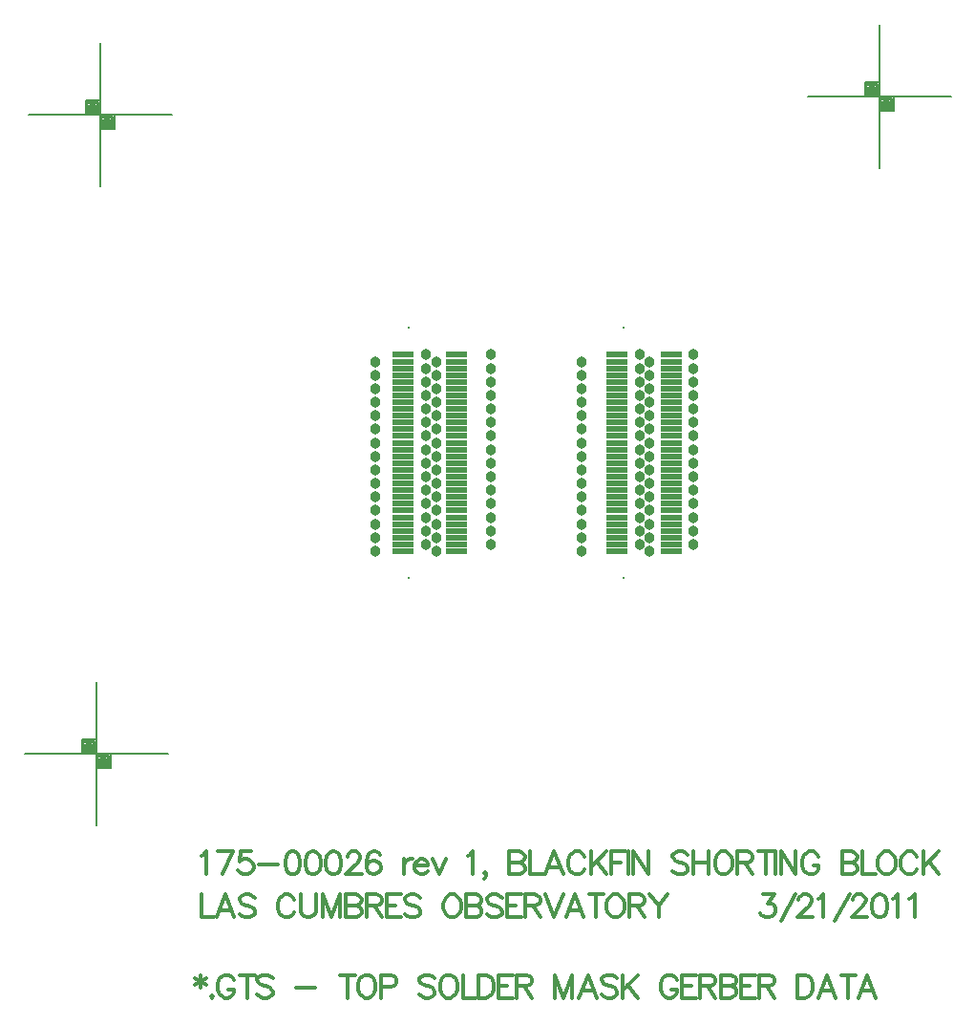
<source format=gts>
%FSLAX23Y23*%
%MOIN*%
G70*
G01*
G75*
G04 Layer_Color=8388736*
%ADD10R,0.067X0.014*%
%ADD11C,0.010*%
%ADD12C,0.012*%
%ADD13C,0.008*%
%ADD14C,0.012*%
%ADD15C,0.012*%
%ADD16C,0.030*%
%ADD17C,0.007*%
%ADD18C,0.005*%
%ADD19C,0.012*%
%ADD20R,0.165X0.130*%
%ADD21R,0.075X0.022*%
%ADD22C,0.008*%
%ADD23C,0.038*%
D12*
X14731Y8981D02*
Y8935D01*
X14712Y8970D02*
X14750Y8947D01*
Y8970D02*
X14712Y8947D01*
X14770Y8909D02*
X14766Y8905D01*
X14770Y8901D01*
X14774Y8905D01*
X14770Y8909D01*
X14848Y8962D02*
X14844Y8970D01*
X14837Y8977D01*
X14829Y8981D01*
X14814D01*
X14806Y8977D01*
X14799Y8970D01*
X14795Y8962D01*
X14791Y8951D01*
Y8931D01*
X14795Y8920D01*
X14799Y8912D01*
X14806Y8905D01*
X14814Y8901D01*
X14829D01*
X14837Y8905D01*
X14844Y8912D01*
X14848Y8920D01*
Y8931D01*
X14829D02*
X14848D01*
X14893Y8981D02*
Y8901D01*
X14867Y8981D02*
X14920D01*
X14983Y8970D02*
X14975Y8977D01*
X14964Y8981D01*
X14948D01*
X14937Y8977D01*
X14929Y8970D01*
Y8962D01*
X14933Y8954D01*
X14937Y8951D01*
X14945Y8947D01*
X14967Y8939D01*
X14975Y8935D01*
X14979Y8931D01*
X14983Y8924D01*
Y8912D01*
X14975Y8905D01*
X14964Y8901D01*
X14948D01*
X14937Y8905D01*
X14929Y8912D01*
X15063Y8935D02*
X15132D01*
X15245Y8981D02*
Y8901D01*
X15218Y8981D02*
X15272D01*
X15304D02*
X15297Y8977D01*
X15289Y8970D01*
X15285Y8962D01*
X15281Y8951D01*
Y8931D01*
X15285Y8920D01*
X15289Y8912D01*
X15297Y8905D01*
X15304Y8901D01*
X15319D01*
X15327Y8905D01*
X15335Y8912D01*
X15338Y8920D01*
X15342Y8931D01*
Y8951D01*
X15338Y8962D01*
X15335Y8970D01*
X15327Y8977D01*
X15319Y8981D01*
X15304D01*
X15361Y8939D02*
X15395D01*
X15407Y8943D01*
X15410Y8947D01*
X15414Y8954D01*
Y8966D01*
X15410Y8973D01*
X15407Y8977D01*
X15395Y8981D01*
X15361D01*
Y8901D01*
X15548Y8970D02*
X15541Y8977D01*
X15529Y8981D01*
X15514D01*
X15503Y8977D01*
X15495Y8970D01*
Y8962D01*
X15499Y8954D01*
X15503Y8951D01*
X15510Y8947D01*
X15533Y8939D01*
X15541Y8935D01*
X15544Y8931D01*
X15548Y8924D01*
Y8912D01*
X15541Y8905D01*
X15529Y8901D01*
X15514D01*
X15503Y8905D01*
X15495Y8912D01*
X15589Y8981D02*
X15581Y8977D01*
X15574Y8970D01*
X15570Y8962D01*
X15566Y8951D01*
Y8931D01*
X15570Y8920D01*
X15574Y8912D01*
X15581Y8905D01*
X15589Y8901D01*
X15604D01*
X15612Y8905D01*
X15620Y8912D01*
X15623Y8920D01*
X15627Y8931D01*
Y8951D01*
X15623Y8962D01*
X15620Y8970D01*
X15612Y8977D01*
X15604Y8981D01*
X15589D01*
X15646D02*
Y8901D01*
X15692D01*
X15700Y8981D02*
Y8901D01*
Y8981D02*
X15727D01*
X15738Y8977D01*
X15746Y8970D01*
X15750Y8962D01*
X15754Y8951D01*
Y8931D01*
X15750Y8920D01*
X15746Y8912D01*
X15738Y8905D01*
X15727Y8901D01*
X15700D01*
X15821Y8981D02*
X15771D01*
Y8901D01*
X15821D01*
X15771Y8943D02*
X15802D01*
X15834Y8981D02*
Y8901D01*
Y8981D02*
X15869D01*
X15880Y8977D01*
X15884Y8973D01*
X15888Y8966D01*
Y8958D01*
X15884Y8951D01*
X15880Y8947D01*
X15869Y8943D01*
X15834D01*
X15861D02*
X15888Y8901D01*
X15968Y8981D02*
Y8901D01*
Y8981D02*
X15999Y8901D01*
X16029Y8981D02*
X15999Y8901D01*
X16029Y8981D02*
Y8901D01*
X16113D02*
X16083Y8981D01*
X16052Y8901D01*
X16064Y8928D02*
X16102D01*
X16185Y8970D02*
X16177Y8977D01*
X16166Y8981D01*
X16151D01*
X16139Y8977D01*
X16132Y8970D01*
Y8962D01*
X16136Y8954D01*
X16139Y8951D01*
X16147Y8947D01*
X16170Y8939D01*
X16177Y8935D01*
X16181Y8931D01*
X16185Y8924D01*
Y8912D01*
X16177Y8905D01*
X16166Y8901D01*
X16151D01*
X16139Y8905D01*
X16132Y8912D01*
X16203Y8981D02*
Y8901D01*
X16256Y8981D02*
X16203Y8928D01*
X16222Y8947D02*
X16256Y8901D01*
X16394Y8962D02*
X16390Y8970D01*
X16383Y8977D01*
X16375Y8981D01*
X16360D01*
X16352Y8977D01*
X16345Y8970D01*
X16341Y8962D01*
X16337Y8951D01*
Y8931D01*
X16341Y8920D01*
X16345Y8912D01*
X16352Y8905D01*
X16360Y8901D01*
X16375D01*
X16383Y8905D01*
X16390Y8912D01*
X16394Y8920D01*
Y8931D01*
X16375D02*
X16394D01*
X16462Y8981D02*
X16412D01*
Y8901D01*
X16462D01*
X16412Y8943D02*
X16443D01*
X16475Y8981D02*
Y8901D01*
Y8981D02*
X16510D01*
X16521Y8977D01*
X16525Y8973D01*
X16529Y8966D01*
Y8958D01*
X16525Y8951D01*
X16521Y8947D01*
X16510Y8943D01*
X16475D01*
X16502D02*
X16529Y8901D01*
X16547Y8981D02*
Y8901D01*
Y8981D02*
X16581D01*
X16592Y8977D01*
X16596Y8973D01*
X16600Y8966D01*
Y8958D01*
X16596Y8951D01*
X16592Y8947D01*
X16581Y8943D01*
X16547D02*
X16581D01*
X16592Y8939D01*
X16596Y8935D01*
X16600Y8928D01*
Y8916D01*
X16596Y8909D01*
X16592Y8905D01*
X16581Y8901D01*
X16547D01*
X16667Y8981D02*
X16618D01*
Y8901D01*
X16667D01*
X16618Y8943D02*
X16648D01*
X16681Y8981D02*
Y8901D01*
Y8981D02*
X16715D01*
X16726Y8977D01*
X16730Y8973D01*
X16734Y8966D01*
Y8958D01*
X16730Y8951D01*
X16726Y8947D01*
X16715Y8943D01*
X16681D01*
X16707D02*
X16734Y8901D01*
X16815Y8981D02*
Y8901D01*
Y8981D02*
X16841D01*
X16853Y8977D01*
X16860Y8970D01*
X16864Y8962D01*
X16868Y8951D01*
Y8931D01*
X16864Y8920D01*
X16860Y8912D01*
X16853Y8905D01*
X16841Y8901D01*
X16815D01*
X16947D02*
X16916Y8981D01*
X16886Y8901D01*
X16897Y8928D02*
X16935D01*
X16992Y8981D02*
Y8901D01*
X16966Y8981D02*
X17019D01*
X17089Y8901D02*
X17059Y8981D01*
X17028Y8901D01*
X17040Y8928D02*
X17078D01*
D13*
X14130Y11983D02*
X14630D01*
X14380Y11733D02*
Y12233D01*
X14330Y11983D02*
Y12033D01*
X14380D01*
X14430Y11933D02*
Y11983D01*
X14380Y11933D02*
X14430D01*
X14385Y11978D02*
X14425D01*
Y11938D02*
Y11978D01*
X14385Y11938D02*
X14425D01*
X14385D02*
Y11978D01*
X14390Y11973D02*
X14420D01*
Y11943D02*
Y11973D01*
X14390Y11943D02*
X14420D01*
X14390D02*
Y11968D01*
X14395D02*
X14415D01*
Y11948D02*
Y11968D01*
X14395Y11948D02*
X14415D01*
X14395D02*
Y11963D01*
X14400D02*
X14410D01*
Y11953D02*
Y11963D01*
X14400Y11953D02*
X14410D01*
X14400D02*
Y11963D01*
Y11958D02*
X14410D01*
X14335Y12028D02*
X14375D01*
Y11988D02*
Y12028D01*
X14335Y11988D02*
X14375D01*
X14335D02*
Y12028D01*
X14340Y12023D02*
X14370D01*
Y11993D02*
Y12023D01*
X14340Y11993D02*
X14370D01*
X14340D02*
Y12018D01*
X14345D02*
X14365D01*
Y11998D02*
Y12018D01*
X14345Y11998D02*
X14365D01*
X14345D02*
Y12013D01*
X14350D02*
X14360D01*
Y12003D02*
Y12013D01*
X14350Y12003D02*
X14360D01*
X14350D02*
Y12013D01*
Y12008D02*
X14360D01*
X16850Y12046D02*
X17350D01*
X17100Y11796D02*
Y12296D01*
X17050Y12046D02*
Y12096D01*
X17100D01*
X17150Y11996D02*
Y12046D01*
X17100Y11996D02*
X17150D01*
X17105Y12041D02*
X17145D01*
Y12001D02*
Y12041D01*
X17105Y12001D02*
X17145D01*
X17105D02*
Y12041D01*
X17110Y12036D02*
X17140D01*
Y12006D02*
Y12036D01*
X17110Y12006D02*
X17140D01*
X17110D02*
Y12031D01*
X17115D02*
X17135D01*
Y12011D02*
Y12031D01*
X17115Y12011D02*
X17135D01*
X17115D02*
Y12026D01*
X17120D02*
X17130D01*
Y12016D02*
Y12026D01*
X17120Y12016D02*
X17130D01*
X17120D02*
Y12026D01*
Y12021D02*
X17130D01*
X17055Y12091D02*
X17095D01*
Y12051D02*
Y12091D01*
X17055Y12051D02*
X17095D01*
X17055D02*
Y12091D01*
X17060Y12086D02*
X17090D01*
Y12056D02*
Y12086D01*
X17060Y12056D02*
X17090D01*
X17060D02*
Y12081D01*
X17065D02*
X17085D01*
Y12061D02*
Y12081D01*
X17065Y12061D02*
X17085D01*
X17065D02*
Y12076D01*
X17070D02*
X17080D01*
Y12066D02*
Y12076D01*
X17070Y12066D02*
X17080D01*
X17070D02*
Y12076D01*
Y12071D02*
X17080D01*
X14116Y9752D02*
X14616D01*
X14366Y9502D02*
Y10002D01*
X14316Y9752D02*
Y9802D01*
X14366D01*
X14416Y9702D02*
Y9752D01*
X14366Y9702D02*
X14416D01*
X14371Y9747D02*
X14411D01*
Y9707D02*
Y9747D01*
X14371Y9707D02*
X14411D01*
X14371D02*
Y9747D01*
X14376Y9742D02*
X14406D01*
Y9712D02*
Y9742D01*
X14376Y9712D02*
X14406D01*
X14376D02*
Y9737D01*
X14381D02*
X14401D01*
Y9717D02*
Y9737D01*
X14381Y9717D02*
X14401D01*
X14381D02*
Y9732D01*
X14386D02*
X14396D01*
Y9722D02*
Y9732D01*
X14386Y9722D02*
X14396D01*
X14386D02*
Y9732D01*
Y9727D02*
X14396D01*
X14321Y9797D02*
X14361D01*
Y9757D02*
Y9797D01*
X14321Y9757D02*
X14361D01*
X14321D02*
Y9797D01*
X14326Y9792D02*
X14356D01*
Y9762D02*
Y9792D01*
X14326Y9762D02*
X14356D01*
X14326D02*
Y9787D01*
X14331D02*
X14351D01*
Y9767D02*
Y9787D01*
X14331Y9767D02*
X14351D01*
X14331D02*
Y9782D01*
X14336D02*
X14346D01*
Y9772D02*
Y9782D01*
X14336Y9772D02*
X14346D01*
X14336D02*
Y9782D01*
Y9777D02*
X14346D01*
D14*
X14733Y9262D02*
Y9182D01*
X14778D01*
X14848D02*
X14817Y9262D01*
X14787Y9182D01*
X14798Y9208D02*
X14837D01*
X14920Y9250D02*
X14912Y9258D01*
X14901Y9262D01*
X14886D01*
X14874Y9258D01*
X14867Y9250D01*
Y9243D01*
X14870Y9235D01*
X14874Y9231D01*
X14882Y9227D01*
X14905Y9220D01*
X14912Y9216D01*
X14916Y9212D01*
X14920Y9204D01*
Y9193D01*
X14912Y9185D01*
X14901Y9182D01*
X14886D01*
X14874Y9185D01*
X14867Y9193D01*
X15058Y9243D02*
X15054Y9250D01*
X15046Y9258D01*
X15039Y9262D01*
X15024D01*
X15016Y9258D01*
X15008Y9250D01*
X15005Y9243D01*
X15001Y9231D01*
Y9212D01*
X15005Y9201D01*
X15008Y9193D01*
X15016Y9185D01*
X15024Y9182D01*
X15039D01*
X15046Y9185D01*
X15054Y9193D01*
X15058Y9201D01*
X15080Y9262D02*
Y9204D01*
X15084Y9193D01*
X15092Y9185D01*
X15103Y9182D01*
X15111D01*
X15122Y9185D01*
X15130Y9193D01*
X15134Y9204D01*
Y9262D01*
X15156D02*
Y9182D01*
Y9262D02*
X15186Y9182D01*
X15217Y9262D02*
X15186Y9182D01*
X15217Y9262D02*
Y9182D01*
X15239Y9262D02*
Y9182D01*
Y9262D02*
X15274D01*
X15285Y9258D01*
X15289Y9254D01*
X15293Y9246D01*
Y9239D01*
X15289Y9231D01*
X15285Y9227D01*
X15274Y9223D01*
X15239D02*
X15274D01*
X15285Y9220D01*
X15289Y9216D01*
X15293Y9208D01*
Y9197D01*
X15289Y9189D01*
X15285Y9185D01*
X15274Y9182D01*
X15239D01*
X15311Y9262D02*
Y9182D01*
Y9262D02*
X15345D01*
X15356Y9258D01*
X15360Y9254D01*
X15364Y9246D01*
Y9239D01*
X15360Y9231D01*
X15356Y9227D01*
X15345Y9223D01*
X15311D01*
X15337D02*
X15364Y9182D01*
X15431Y9262D02*
X15382D01*
Y9182D01*
X15431D01*
X15382Y9223D02*
X15412D01*
X15498Y9250D02*
X15490Y9258D01*
X15479Y9262D01*
X15464D01*
X15452Y9258D01*
X15445Y9250D01*
Y9243D01*
X15449Y9235D01*
X15452Y9231D01*
X15460Y9227D01*
X15483Y9220D01*
X15490Y9216D01*
X15494Y9212D01*
X15498Y9204D01*
Y9193D01*
X15490Y9185D01*
X15479Y9182D01*
X15464D01*
X15452Y9185D01*
X15445Y9193D01*
X15602Y9262D02*
X15594Y9258D01*
X15586Y9250D01*
X15583Y9243D01*
X15579Y9231D01*
Y9212D01*
X15583Y9201D01*
X15586Y9193D01*
X15594Y9185D01*
X15602Y9182D01*
X15617D01*
X15625Y9185D01*
X15632Y9193D01*
X15636Y9201D01*
X15640Y9212D01*
Y9231D01*
X15636Y9243D01*
X15632Y9250D01*
X15625Y9258D01*
X15617Y9262D01*
X15602D01*
X15658D02*
Y9182D01*
Y9262D02*
X15693D01*
X15704Y9258D01*
X15708Y9254D01*
X15712Y9246D01*
Y9239D01*
X15708Y9231D01*
X15704Y9227D01*
X15693Y9223D01*
X15658D02*
X15693D01*
X15704Y9220D01*
X15708Y9216D01*
X15712Y9208D01*
Y9197D01*
X15708Y9189D01*
X15704Y9185D01*
X15693Y9182D01*
X15658D01*
X15783Y9250D02*
X15775Y9258D01*
X15764Y9262D01*
X15749D01*
X15737Y9258D01*
X15730Y9250D01*
Y9243D01*
X15733Y9235D01*
X15737Y9231D01*
X15745Y9227D01*
X15768Y9220D01*
X15775Y9216D01*
X15779Y9212D01*
X15783Y9204D01*
Y9193D01*
X15775Y9185D01*
X15764Y9182D01*
X15749D01*
X15737Y9185D01*
X15730Y9193D01*
X15850Y9262D02*
X15801D01*
Y9182D01*
X15850D01*
X15801Y9223D02*
X15831D01*
X15864Y9262D02*
Y9182D01*
Y9262D02*
X15898D01*
X15909Y9258D01*
X15913Y9254D01*
X15917Y9246D01*
Y9239D01*
X15913Y9231D01*
X15909Y9227D01*
X15898Y9223D01*
X15864D01*
X15890D02*
X15917Y9182D01*
X15935Y9262D02*
X15965Y9182D01*
X15996Y9262D02*
X15965Y9182D01*
X16067D02*
X16037Y9262D01*
X16006Y9182D01*
X16018Y9208D02*
X16056D01*
X16112Y9262D02*
Y9182D01*
X16086Y9262D02*
X16139D01*
X16171D02*
X16164Y9258D01*
X16156Y9250D01*
X16152Y9243D01*
X16149Y9231D01*
Y9212D01*
X16152Y9201D01*
X16156Y9193D01*
X16164Y9185D01*
X16171Y9182D01*
X16187D01*
X16194Y9185D01*
X16202Y9193D01*
X16206Y9201D01*
X16210Y9212D01*
Y9231D01*
X16206Y9243D01*
X16202Y9250D01*
X16194Y9258D01*
X16187Y9262D01*
X16171D01*
X16228D02*
Y9182D01*
Y9262D02*
X16263D01*
X16274Y9258D01*
X16278Y9254D01*
X16282Y9246D01*
Y9239D01*
X16278Y9231D01*
X16274Y9227D01*
X16263Y9223D01*
X16228D01*
X16255D02*
X16282Y9182D01*
X16299Y9262D02*
X16330Y9223D01*
Y9182D01*
X16360Y9262D02*
X16330Y9223D01*
X16693Y9262D02*
X16734D01*
X16712Y9231D01*
X16723D01*
X16731Y9227D01*
X16734Y9223D01*
X16738Y9212D01*
Y9204D01*
X16734Y9193D01*
X16727Y9185D01*
X16715Y9182D01*
X16704D01*
X16693Y9185D01*
X16689Y9189D01*
X16685Y9197D01*
X16756Y9170D02*
X16809Y9262D01*
X16819Y9243D02*
Y9246D01*
X16822Y9254D01*
X16826Y9258D01*
X16834Y9262D01*
X16849D01*
X16857Y9258D01*
X16860Y9254D01*
X16864Y9246D01*
Y9239D01*
X16860Y9231D01*
X16853Y9220D01*
X16815Y9182D01*
X16868D01*
X16886Y9246D02*
X16894Y9250D01*
X16905Y9262D01*
Y9182D01*
X16945Y9170D02*
X16998Y9262D01*
X17007Y9243D02*
Y9246D01*
X17011Y9254D01*
X17015Y9258D01*
X17022Y9262D01*
X17038D01*
X17045Y9258D01*
X17049Y9254D01*
X17053Y9246D01*
Y9239D01*
X17049Y9231D01*
X17041Y9220D01*
X17003Y9182D01*
X17057D01*
X17097Y9262D02*
X17086Y9258D01*
X17078Y9246D01*
X17075Y9227D01*
Y9216D01*
X17078Y9197D01*
X17086Y9185D01*
X17097Y9182D01*
X17105D01*
X17116Y9185D01*
X17124Y9197D01*
X17128Y9216D01*
Y9227D01*
X17124Y9246D01*
X17116Y9258D01*
X17105Y9262D01*
X17097D01*
X17146Y9246D02*
X17153Y9250D01*
X17165Y9262D01*
Y9182D01*
X17204Y9246D02*
X17212Y9250D01*
X17223Y9262D01*
Y9182D01*
D15*
X14733Y9396D02*
X14740Y9400D01*
X14752Y9412D01*
Y9332D01*
X14845Y9412D02*
X14806Y9332D01*
X14791Y9412D02*
X14845D01*
X14908D02*
X14870D01*
X14866Y9377D01*
X14870Y9381D01*
X14881Y9385D01*
X14893D01*
X14904Y9381D01*
X14912Y9373D01*
X14916Y9362D01*
Y9354D01*
X14912Y9343D01*
X14904Y9335D01*
X14893Y9332D01*
X14881D01*
X14870Y9335D01*
X14866Y9339D01*
X14862Y9347D01*
X14934Y9366D02*
X15002D01*
X15049Y9412D02*
X15037Y9408D01*
X15030Y9396D01*
X15026Y9377D01*
Y9366D01*
X15030Y9347D01*
X15037Y9335D01*
X15049Y9332D01*
X15056D01*
X15068Y9335D01*
X15075Y9347D01*
X15079Y9366D01*
Y9377D01*
X15075Y9396D01*
X15068Y9408D01*
X15056Y9412D01*
X15049D01*
X15120D02*
X15108Y9408D01*
X15101Y9396D01*
X15097Y9377D01*
Y9366D01*
X15101Y9347D01*
X15108Y9335D01*
X15120Y9332D01*
X15128D01*
X15139Y9335D01*
X15147Y9347D01*
X15150Y9366D01*
Y9377D01*
X15147Y9396D01*
X15139Y9408D01*
X15128Y9412D01*
X15120D01*
X15191D02*
X15180Y9408D01*
X15172Y9396D01*
X15168Y9377D01*
Y9366D01*
X15172Y9347D01*
X15180Y9335D01*
X15191Y9332D01*
X15199D01*
X15210Y9335D01*
X15218Y9347D01*
X15222Y9366D01*
Y9377D01*
X15218Y9396D01*
X15210Y9408D01*
X15199Y9412D01*
X15191D01*
X15243Y9393D02*
Y9396D01*
X15247Y9404D01*
X15251Y9408D01*
X15259Y9412D01*
X15274D01*
X15281Y9408D01*
X15285Y9404D01*
X15289Y9396D01*
Y9389D01*
X15285Y9381D01*
X15278Y9370D01*
X15239Y9332D01*
X15293D01*
X15356Y9400D02*
X15353Y9408D01*
X15341Y9412D01*
X15334D01*
X15322Y9408D01*
X15315Y9396D01*
X15311Y9377D01*
Y9358D01*
X15315Y9343D01*
X15322Y9335D01*
X15334Y9332D01*
X15337D01*
X15349Y9335D01*
X15356Y9343D01*
X15360Y9354D01*
Y9358D01*
X15356Y9370D01*
X15349Y9377D01*
X15337Y9381D01*
X15334D01*
X15322Y9377D01*
X15315Y9370D01*
X15311Y9358D01*
X15441Y9385D02*
Y9332D01*
Y9362D02*
X15444Y9373D01*
X15452Y9381D01*
X15460Y9385D01*
X15471D01*
X15478Y9362D02*
X15524D01*
Y9370D01*
X15520Y9377D01*
X15516Y9381D01*
X15509Y9385D01*
X15497D01*
X15490Y9381D01*
X15482Y9373D01*
X15478Y9362D01*
Y9354D01*
X15482Y9343D01*
X15490Y9335D01*
X15497Y9332D01*
X15509D01*
X15516Y9335D01*
X15524Y9343D01*
X15541Y9385D02*
X15564Y9332D01*
X15587Y9385D02*
X15564Y9332D01*
X15663Y9396D02*
X15670Y9400D01*
X15682Y9412D01*
Y9332D01*
X15729Y9335D02*
X15725Y9332D01*
X15721Y9335D01*
X15725Y9339D01*
X15729Y9335D01*
Y9328D01*
X15725Y9320D01*
X15721Y9316D01*
X15809Y9412D02*
Y9332D01*
Y9412D02*
X15844D01*
X15855Y9408D01*
X15859Y9404D01*
X15863Y9396D01*
Y9389D01*
X15859Y9381D01*
X15855Y9377D01*
X15844Y9373D01*
X15809D02*
X15844D01*
X15855Y9370D01*
X15859Y9366D01*
X15863Y9358D01*
Y9347D01*
X15859Y9339D01*
X15855Y9335D01*
X15844Y9332D01*
X15809D01*
X15881Y9412D02*
Y9332D01*
X15926D01*
X15996D02*
X15965Y9412D01*
X15935Y9332D01*
X15946Y9358D02*
X15984D01*
X16072Y9393D02*
X16068Y9400D01*
X16060Y9408D01*
X16053Y9412D01*
X16037D01*
X16030Y9408D01*
X16022Y9400D01*
X16018Y9393D01*
X16015Y9381D01*
Y9362D01*
X16018Y9351D01*
X16022Y9343D01*
X16030Y9335D01*
X16037Y9332D01*
X16053D01*
X16060Y9335D01*
X16068Y9343D01*
X16072Y9351D01*
X16094Y9412D02*
Y9332D01*
X16147Y9412D02*
X16094Y9358D01*
X16113Y9377D02*
X16147Y9332D01*
X16165Y9412D02*
Y9332D01*
Y9412D02*
X16215D01*
X16165Y9373D02*
X16196D01*
X16224Y9412D02*
Y9332D01*
X16241Y9412D02*
Y9332D01*
Y9412D02*
X16294Y9332D01*
Y9412D02*
Y9332D01*
X16432Y9400D02*
X16425Y9408D01*
X16413Y9412D01*
X16398D01*
X16387Y9408D01*
X16379Y9400D01*
Y9393D01*
X16383Y9385D01*
X16387Y9381D01*
X16394Y9377D01*
X16417Y9370D01*
X16425Y9366D01*
X16429Y9362D01*
X16432Y9354D01*
Y9343D01*
X16425Y9335D01*
X16413Y9332D01*
X16398D01*
X16387Y9335D01*
X16379Y9343D01*
X16450Y9412D02*
Y9332D01*
X16504Y9412D02*
Y9332D01*
X16450Y9373D02*
X16504D01*
X16549Y9412D02*
X16541Y9408D01*
X16533Y9400D01*
X16530Y9393D01*
X16526Y9381D01*
Y9362D01*
X16530Y9351D01*
X16533Y9343D01*
X16541Y9335D01*
X16549Y9332D01*
X16564D01*
X16571Y9335D01*
X16579Y9343D01*
X16583Y9351D01*
X16587Y9362D01*
Y9381D01*
X16583Y9393D01*
X16579Y9400D01*
X16571Y9408D01*
X16564Y9412D01*
X16549D01*
X16605D02*
Y9332D01*
Y9412D02*
X16640D01*
X16651Y9408D01*
X16655Y9404D01*
X16659Y9396D01*
Y9389D01*
X16655Y9381D01*
X16651Y9377D01*
X16640Y9373D01*
X16605D01*
X16632D02*
X16659Y9332D01*
X16703Y9412D02*
Y9332D01*
X16677Y9412D02*
X16730D01*
X16739D02*
Y9332D01*
X16756Y9412D02*
Y9332D01*
Y9412D02*
X16809Y9332D01*
Y9412D02*
Y9332D01*
X16889Y9393D02*
X16885Y9400D01*
X16877Y9408D01*
X16870Y9412D01*
X16854D01*
X16847Y9408D01*
X16839Y9400D01*
X16835Y9393D01*
X16832Y9381D01*
Y9362D01*
X16835Y9351D01*
X16839Y9343D01*
X16847Y9335D01*
X16854Y9332D01*
X16870D01*
X16877Y9335D01*
X16885Y9343D01*
X16889Y9351D01*
Y9362D01*
X16870D02*
X16889D01*
X16970Y9412D02*
Y9332D01*
Y9412D02*
X17004D01*
X17015Y9408D01*
X17019Y9404D01*
X17023Y9396D01*
Y9389D01*
X17019Y9381D01*
X17015Y9377D01*
X17004Y9373D01*
X16970D02*
X17004D01*
X17015Y9370D01*
X17019Y9366D01*
X17023Y9358D01*
Y9347D01*
X17019Y9339D01*
X17015Y9335D01*
X17004Y9332D01*
X16970D01*
X17041Y9412D02*
Y9332D01*
X17087D01*
X17118Y9412D02*
X17111Y9408D01*
X17103Y9400D01*
X17099Y9393D01*
X17095Y9381D01*
Y9362D01*
X17099Y9351D01*
X17103Y9343D01*
X17111Y9335D01*
X17118Y9332D01*
X17134D01*
X17141Y9335D01*
X17149Y9343D01*
X17153Y9351D01*
X17156Y9362D01*
Y9381D01*
X17153Y9393D01*
X17149Y9400D01*
X17141Y9408D01*
X17134Y9412D01*
X17118D01*
X17232Y9393D02*
X17228Y9400D01*
X17221Y9408D01*
X17213Y9412D01*
X17198D01*
X17190Y9408D01*
X17183Y9400D01*
X17179Y9393D01*
X17175Y9381D01*
Y9362D01*
X17179Y9351D01*
X17183Y9343D01*
X17190Y9335D01*
X17198Y9332D01*
X17213D01*
X17221Y9335D01*
X17228Y9343D01*
X17232Y9351D01*
X17255Y9412D02*
Y9332D01*
X17308Y9412D02*
X17255Y9358D01*
X17274Y9377D02*
X17308Y9332D01*
D21*
X15625Y11145D02*
D03*
Y11121D02*
D03*
Y11098D02*
D03*
Y11074D02*
D03*
Y11051D02*
D03*
Y11027D02*
D03*
Y11003D02*
D03*
Y10980D02*
D03*
Y10956D02*
D03*
Y10932D02*
D03*
Y10909D02*
D03*
Y10885D02*
D03*
Y10862D02*
D03*
Y10838D02*
D03*
Y10814D02*
D03*
Y10791D02*
D03*
Y10767D02*
D03*
Y10743D02*
D03*
Y10720D02*
D03*
Y10696D02*
D03*
Y10673D02*
D03*
Y10649D02*
D03*
Y10625D02*
D03*
Y10602D02*
D03*
Y10578D02*
D03*
Y10554D02*
D03*
Y10531D02*
D03*
Y10507D02*
D03*
Y10484D02*
D03*
X15436Y10460D02*
D03*
Y10484D02*
D03*
Y10507D02*
D03*
Y10531D02*
D03*
Y10554D02*
D03*
Y10578D02*
D03*
Y10602D02*
D03*
Y10625D02*
D03*
Y10649D02*
D03*
Y10673D02*
D03*
Y10696D02*
D03*
Y10720D02*
D03*
Y10743D02*
D03*
Y10767D02*
D03*
Y10791D02*
D03*
Y10814D02*
D03*
Y10838D02*
D03*
Y10862D02*
D03*
Y10885D02*
D03*
Y10909D02*
D03*
Y10932D02*
D03*
Y10956D02*
D03*
Y10980D02*
D03*
Y11003D02*
D03*
Y11027D02*
D03*
Y11051D02*
D03*
Y11074D02*
D03*
Y11098D02*
D03*
Y11121D02*
D03*
Y11145D02*
D03*
X15625Y10460D02*
D03*
X16184Y11145D02*
D03*
Y11121D02*
D03*
Y11098D02*
D03*
Y11074D02*
D03*
Y11051D02*
D03*
Y11027D02*
D03*
Y11003D02*
D03*
Y10980D02*
D03*
Y10956D02*
D03*
Y10932D02*
D03*
Y10909D02*
D03*
Y10885D02*
D03*
Y10862D02*
D03*
Y10838D02*
D03*
Y10814D02*
D03*
Y10791D02*
D03*
Y10767D02*
D03*
Y10743D02*
D03*
Y10720D02*
D03*
Y10696D02*
D03*
Y10673D02*
D03*
Y10649D02*
D03*
Y10625D02*
D03*
Y10602D02*
D03*
Y10578D02*
D03*
Y10554D02*
D03*
Y10531D02*
D03*
Y10507D02*
D03*
Y10484D02*
D03*
Y10460D02*
D03*
X16373D02*
D03*
Y10484D02*
D03*
Y10507D02*
D03*
Y10531D02*
D03*
Y10554D02*
D03*
Y10578D02*
D03*
Y10602D02*
D03*
Y10625D02*
D03*
Y10649D02*
D03*
Y10673D02*
D03*
Y10696D02*
D03*
Y10720D02*
D03*
Y10743D02*
D03*
Y10767D02*
D03*
Y10791D02*
D03*
Y10814D02*
D03*
Y10838D02*
D03*
Y10862D02*
D03*
Y10885D02*
D03*
Y10909D02*
D03*
Y10932D02*
D03*
Y10956D02*
D03*
Y10980D02*
D03*
Y11003D02*
D03*
Y11027D02*
D03*
Y11051D02*
D03*
Y11074D02*
D03*
Y11098D02*
D03*
Y11121D02*
D03*
Y11145D02*
D03*
D22*
X15459Y11239D02*
D03*
Y10365D02*
D03*
X16207Y11239D02*
D03*
Y10365D02*
D03*
D23*
X15743Y11098D02*
D03*
Y11145D02*
D03*
X15518D02*
D03*
X15554Y11121D02*
D03*
X15518Y11098D02*
D03*
X15554Y11074D02*
D03*
X15518Y11051D02*
D03*
X15554Y11027D02*
D03*
X15518Y11003D02*
D03*
X15554Y10980D02*
D03*
X15518Y10956D02*
D03*
X15554Y10932D02*
D03*
X15518Y10909D02*
D03*
X15554Y10885D02*
D03*
X15518Y10862D02*
D03*
X15554Y10838D02*
D03*
X15518Y10814D02*
D03*
X15554Y10791D02*
D03*
Y10743D02*
D03*
Y10696D02*
D03*
Y10649D02*
D03*
Y10602D02*
D03*
Y10554D02*
D03*
Y10507D02*
D03*
Y10460D02*
D03*
X15518Y10767D02*
D03*
Y10720D02*
D03*
Y10673D02*
D03*
Y10625D02*
D03*
Y10578D02*
D03*
Y10531D02*
D03*
Y10484D02*
D03*
X15743Y11051D02*
D03*
Y11003D02*
D03*
Y10956D02*
D03*
Y10909D02*
D03*
Y10862D02*
D03*
Y10814D02*
D03*
Y10767D02*
D03*
Y10720D02*
D03*
Y10673D02*
D03*
Y10625D02*
D03*
Y10578D02*
D03*
Y10531D02*
D03*
Y10484D02*
D03*
X15341Y11121D02*
D03*
Y11074D02*
D03*
Y11027D02*
D03*
Y10980D02*
D03*
Y10932D02*
D03*
Y10885D02*
D03*
Y10838D02*
D03*
Y10791D02*
D03*
Y10743D02*
D03*
Y10696D02*
D03*
Y10649D02*
D03*
Y10602D02*
D03*
Y10554D02*
D03*
Y10507D02*
D03*
Y10460D02*
D03*
X16451Y11145D02*
D03*
X16263D02*
D03*
X16298Y11121D02*
D03*
X16062D02*
D03*
X16263Y11098D02*
D03*
Y11051D02*
D03*
X16298Y11074D02*
D03*
Y11027D02*
D03*
X16263Y11003D02*
D03*
Y10956D02*
D03*
Y10909D02*
D03*
X16062Y11074D02*
D03*
Y11027D02*
D03*
Y10980D02*
D03*
Y10932D02*
D03*
Y10885D02*
D03*
Y10838D02*
D03*
Y10791D02*
D03*
Y10743D02*
D03*
Y10696D02*
D03*
Y10649D02*
D03*
Y10602D02*
D03*
Y10554D02*
D03*
Y10507D02*
D03*
Y10460D02*
D03*
X16263Y10862D02*
D03*
Y10814D02*
D03*
Y10767D02*
D03*
Y10720D02*
D03*
Y10673D02*
D03*
Y10625D02*
D03*
Y10578D02*
D03*
Y10531D02*
D03*
Y10484D02*
D03*
X16298Y10980D02*
D03*
Y10932D02*
D03*
Y10885D02*
D03*
Y10838D02*
D03*
Y10791D02*
D03*
Y10743D02*
D03*
Y10696D02*
D03*
Y10649D02*
D03*
Y10602D02*
D03*
Y10554D02*
D03*
Y10507D02*
D03*
Y10460D02*
D03*
X16451Y11098D02*
D03*
Y11051D02*
D03*
Y11003D02*
D03*
Y10956D02*
D03*
Y10909D02*
D03*
Y10862D02*
D03*
Y10814D02*
D03*
Y10767D02*
D03*
Y10720D02*
D03*
Y10673D02*
D03*
Y10625D02*
D03*
Y10578D02*
D03*
Y10531D02*
D03*
Y10484D02*
D03*
M02*

</source>
